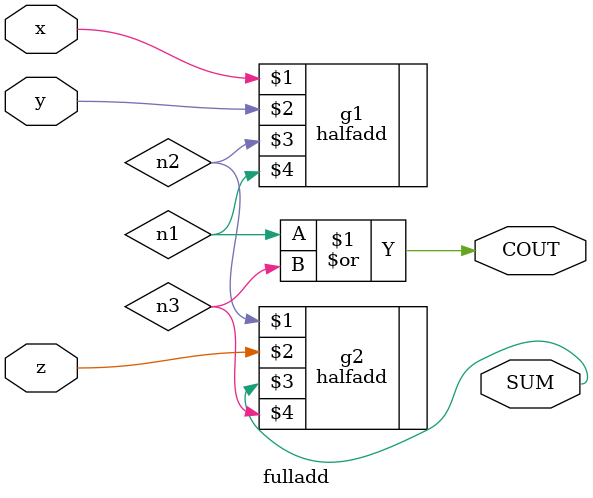
<source format=v>
module fulladd(x,y,z,SUM,COUT);//??????

input x,y,z;//input x,y,z
output SUM,COUT;//output SUM,COUT
wire n1, n2, n3;//wire n1,n2,n3

wire SUM,COUT;//wire SUM,COUT


halfadd g1(x,y,n2,n1);
halfadd g2(n2,z,SUM,n3);//halfadd instantation
or org(COUT,n1,n3);//or gate? ?? COUT, ?? n1,n3

endmodule
</source>
